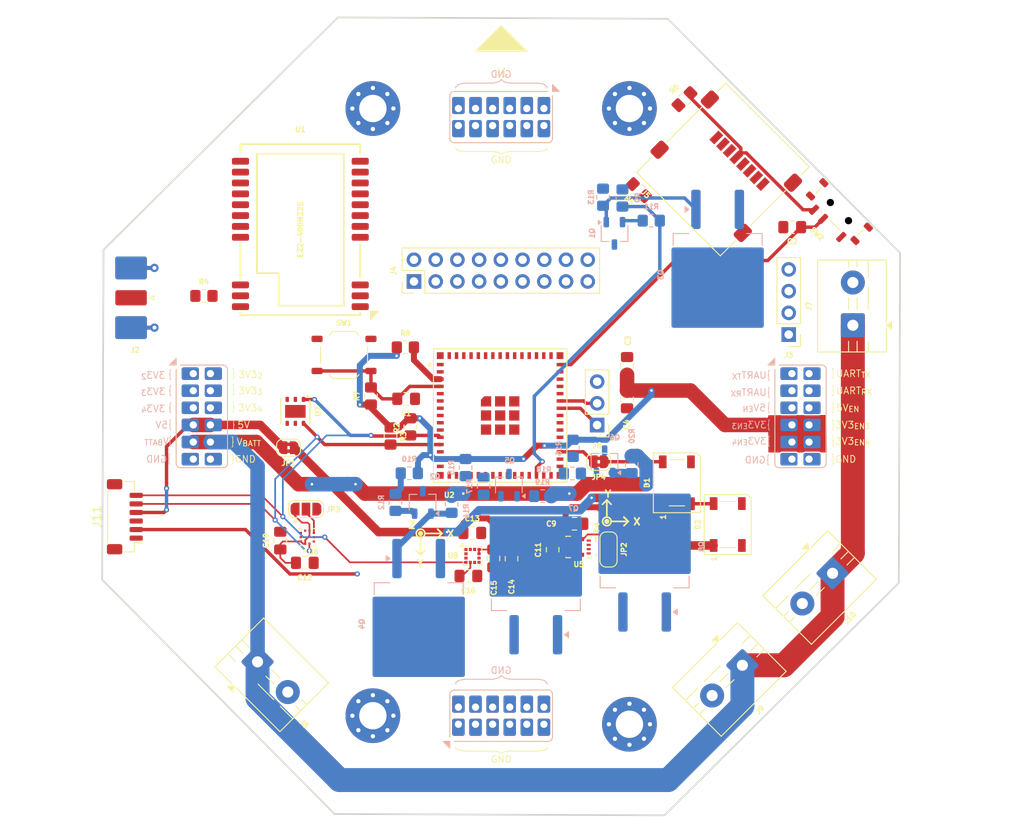
<source format=kicad_pcb>
(kicad_pcb (version 20241229) (generator "pcbnew") (generator_version "9.0")
  (layers (0 "F.Cu" signal) (2 "B.Cu" signal) (13 "F.Paste" user) (15 "B.Paste" user) (5 "F.SilkS" user "F.Silkscreen") (7 "B.SilkS" user "B.Silkscreen") (1 "F.Mask" user) (3 "B.Mask" user) (25 "Edge.Cuts" user))
  (net 0 "")
  (net 1 "/ESP32/ESP32_{EN}")
  (net 2 "GND")
  (net 3 "/ESP32/ESP32_{BOOT}")
  (net 4 "VDD")
  (net 8 "Net-(U8-C1)")
  (net 9 "Net-(D1-VDD)")
  (net 10 "Net-(D1-DIN)")
  (net 11 "Net-(D1-DOUT)")
  (net 13 "3V3_{3}")
  (net 14 "+5V")
  (net 15 "+BATT")
  (net 16 "/SB_{RX}")
  (net 17 "/SB_{TX}")
  (net 18 "3V3_{2}")
  (net 20 "Net-(J2-In)")
  (net 21 "/SCL")
  (net 22 "/SDA")
  (net 23 "/SCK")
  (net 24 "/MOSI")
  (net 25 "/CS_{0}")
  (net 26 "/MISO")
  (net 27 "/CS_{1}")
  (net 28 "Net-(J5-DAT2)")
  (net 29 "Net-(J5-DAT1)")
  (net 30 "/ESP32/UART0_{TX}")
  (net 31 "/ESP32/UART0_{RX}")
  (net 32 "Net-(J7-Pin_2)")
  (net 33 "Net-(J8-Pin_2)")
  (net 34 "Net-(J9-Pin_2)")
  (net 35 "Net-(J10-Pin_2)")
  (net 36 "Net-(JP2-C)")
  (net 37 "Net-(JP3-C)")
  (net 38 "Net-(Q1-C)")
  (net 39 "Net-(Q1-B)")
  (net 40 "Net-(Q2-B)")
  (net 41 "Net-(Q2-C)")
  (net 42 "Net-(Q5-C)")
  (net 43 "Net-(Q5-B)")
  (net 44 "Net-(Q6-B)")
  (net 45 "Net-(Q6-C)")
  (net 46 "DIN")
  (net 47 "Net-(U1-ANT)")
  (net 48 "Net-(U2-3V3)")
  (net 49 "OUT_{1}")
  (net 50 "OUT_{2}")
  (net 51 "OUT_{4}")
  (net 52 "OUT_{3}")
  (net 53 "/TX_{EN}")
  (net 54 "/BUSY")
  (net 56 "/NRST")
  (net 57 "/RX_{EN}")
  (net 68 "/UART_{TX}")
  (net 73 "/UART_{RX}")
  (footprint "Connector_PinHeader_2.54mm:PinHeader_1x03_P2.54mm_Vertical" (layer "F.Cu") (at 100.35 84.79 180)
    (property "Reference" "J6")
    (property "Value" "Conn_01x03")
  )
  (footprint "Capacitor_SMD:C_0805_2012Metric_Pad1.18x1.45mm_HandSolder" (layer "F.Cu") (at 78.0125 81.725)
    (property "Reference" "C1")
    (property "Value" "0.1uF")
  )
  (footprint "Jumper:SolderJumper-2_P1.3mm_Bridged2Bar_RoundedPad1.0x1.5mm" (layer "F.Cu") (at 100.54 89.08 180)
    (property "Reference" "JP4")
    (property "Value" "SolderJumper_2_Bridged")
  )
  (footprint "Capacitor_SMD:C_0805_2012Metric_Pad1.18x1.45mm_HandSolder" (layer "F.Cu") (at 66.168034 100.9)
    (property "Reference" "C12")
    (property "Value" "0.1uF")
  )
  (footprint "CompVuelo:XDCR_BMI270" (layer "F.Cu") (at 98.1975 99.0475 180)
    (property "Reference" "U5")
    (property "Value" "BMI270")
  )
  (footprint "LED_SMD:LED_WS2812B_PLCC4_5.0x5.0mm_P3.2mm" (layer "F.Cu") (at 115.62 96.42 90)
    (property "Reference" "D2")
    (property "Value" "WS2812B")
  )
  (footprint "Package_SON:Texas_PWSON-N6" (layer "F.Cu") (at 65.06 83.19 -90)
    (property "Reference" "U7")
    (property "Value" "HDC1080")
  )
  (footprint "Resistor_SMD:R_0805_2012Metric_Pad1.20x1.40mm_HandSolder" (layer "F.Cu") (at 110.562893 46.677107 -135)
    (property "Reference" "R6")
    (property "Value" "100k")
  )
  (footprint "TerminalBlock:TerminalBlock_MaiXu_MX126-5.0-02P_1x02_P5.00mm" (layer "F.Cu") (at 117.329444 112.879491 -135)
    (property "Reference" "J9")
    (property "Value" "Conn_01x02")
  )
  (footprint "Connector_Coaxial:SMA_Molex_73251-2120_EdgeMount_Horizontal" (layer "F.Cu") (at 45.6 69.9075 180)
    (property "Reference" "J2")
    (property "Value" "Conn_Coaxial")
  )
  (footprint "Connector_PinHeader_2.54mm:PinHeader_1x04_P2.54mm_Vertical" (layer "F.Cu") (at 122.75 74.21 180)
    (property "Reference" "J3")
    (property "Value" "Conn_01x04")
  )
  (footprint "LED_SMD:LED_WS2812B_PLCC4_5.0x5.0mm_P3.2mm" (layer "F.Cu") (at 109.67 91.54 90)
    (property "Reference" "D1")
    (property "Value" "WS2812B")
  )
  (footprint "Connector_JST:JST_SH_BM06B-SRSS-TB_1x06-1MP_P1.00mm_Vertical" (layer "F.Cu") (at 45.125 95.51 90)
    (property "Reference" "J11")
    (property "Value" "Conn_01x06")
  )
  (footprint "Capacitor_SMD:C_0805_2012Metric_Pad1.18x1.45mm_HandSolder" (layer "F.Cu") (at 103.845 81.79 -90)
    (property "Reference" "C4")
    (property "Value" "10uF")
  )
  (footprint "Jumper:SolderJumper-2_P1.3mm_Bridged2Bar_RoundedPad1.0x1.5mm" (layer "F.Cu") (at 64.27 87.44 180)
    (property "Reference" "JP1")
    (property "Value" "SolderJumper_2_Bridged")
  )
  (footprint "TerminalBlock:TerminalBlock_MaiXu_MX126-5.0-02P_1x02_P5.00mm" (layer "F.Cu") (at 60.641835 112.476185 -45)
    (property "Reference" "J8")
    (property "Value" "Conn_01x02")
  )
  (footprint "Resistor_SMD:R_0805_2012Metric_Pad1.20x1.40mm_HandSolder" (layer "F.Cu") (at 54.37 69.69)
    (property "Reference" "R4")
    (property "Value" "0")
  )
  (footprint "Jumper:SolderJumper-3_P1.3mm_Open_RoundedPad1.0x1.5mm" (layer "F.Cu") (at 66.3 94.62)
    (property "Reference" "JP3")
    (property "Value" "SolderJumper_3_Open")
  )
  (footprint "CompVuelo:SW_Push" (layer "F.Cu") (at 70.75 76.59)
    (property "Reference" "SW1")
    (property "Value" "SW_Push")
  )
  (footprint "RF_Module:ESP32-S2-MINI-1U" (layer "F.Cu") (at 89.0075 83.67)
    (property "Reference" "U2")
    (property "Value" "ESP32-S3-MINI-1U")
  )
  (footprint "Capacitor_SMD:C_0805_2012Metric_Pad1.18x1.45mm_HandSolder" (layer "F.Cu") (at 85.2925 102.4325)
    (property "Reference" "C16")
    (property "Value" "220nF")
  )
  (footprint "Connector_Card:microSD_HC_Molex_47219-2001" (layer "F.Cu") (at 115.066631 54.916479 -45)
    (property "Reference" "J5")
    (property "Value" "Micro_SD_Card")
  )
  (footprint "Package_LGA:LGA-12_2x2mm_P0.5mm" (layer "F.Cu") (at 85.7725 100.0925)
    (property "Reference" "U8")
    (property "Value" "LIS2MDL")
  )
  (footprint "Capacitor_SMD:C_0805_2012Metric_Pad1.18x1.45mm_HandSolder" (layer "F.Cu") (at 63.3 98.3 90)
    (property "Reference" "C10")
    (property "Value" "0.1uF")
  )
  (footprint "Capacitor_SMD:C_0805_2012Metric_Pad1.18x1.45mm_HandSolder" (layer "F.Cu") (at 90.34 100.4125 -90)
    (property "Reference" "C14")
    (property "Value" "10uF")
  )
  (footprint "Capacitor_SMD:C_0805_2012Metric_Pad1.18x1.45mm_HandSolder" (layer "F.Cu") (at 88.22 100.38 -90)
    (property "Reference" "C15")
    (property "Value" "0.1uF")
  )
  (footprint "TerminalBlock:TerminalBlock_MaiXu_MX126-5.0-02P_1x02_P5.00mm" (layer "F.Cu") (at 127.876078 102.123976 -135)
    (property "Reference" "J10")
    (property "Value" "Conn_01x02")
  )
  (footprint "Capacitor_SMD:C_0805_2012Metric_Pad1.18x1.45mm_HandSolder" (layer "F.Cu") (at 123.1575 61.65 180)
    (property "Reference" "C2")
    (property "Value" "0.1uF")
  )
  (footprint "CompVuelo:GeneralConn" (layer "F.Cu") (at 89.125 83.775)
    (property "Reference" "J1")
    (property "Value" "NebulaConnector")
    (fp_line (start -46.65 19.1) (end -46.491539 -19.480598) (stroke (width 0.2)) (layer "Edge.Cuts"))
    (fp_line (start -46.491539 -19.480598) (end -19.098856 -46.649152) (stroke (width 0.2)) (layer "Edge.Cuts"))
    (fp_line (start -19.481416 46.492651) (end -46.65 19.1) (stroke (width 0.2)) (layer "Edge.Cuts"))
    (fp_line (start -19.098856 -46.649152) (end 19.481786 -46.49069) (stroke (width 0.2)) (layer "Edge.Cuts"))
    (fp_line (start 19.099228 46.651112) (end -19.481416 46.492651) (stroke (width 0.2)) (layer "Edge.Cuts"))
    (fp_line (start 19.481786 -46.49069) (end 46.650372 -19.098039) (stroke (width 0.2)) (layer "Edge.Cuts"))
    (fp_line (start 46.49191 19.482559) (end 19.099228 46.651112) (stroke (width 0.2)) (layer "Edge.Cuts"))
    (fp_line (start 46.650372 -19.098039) (end 46.49191 19.482559) (stroke (width 0.2)) (layer "Edge.Cuts"))
  )
  (footprint "Capacitor_SMD:C_0805_2012Metric_Pad1.18x1.45mm_HandSolder" (layer "F.Cu") (at 103.85 77.8725 90)
    (property "Reference" "C3")
    (property "Value" "0.1uf")
  )
  (footprint "Capacitor_SMD:C_0805_2012Metric_Pad1.18x1.45mm_HandSolder" (layer "F.Cu") (at 97.7 96.33)
    (property "Reference" "C9")
    (property "Value" "0.1uF")
  )
  (footprint "Capacitor_SMD:C_0805_2012Metric_Pad1.18x1.45mm_HandSolder" (layer "F.Cu") (at 85.7525 97.4025)
    (property "Reference" "C13")
    (property "Value" "0.1uF")
  )
  (footprint "Resistor_SMD:R_0805_2012Metric_Pad1.20x1.40mm_HandSolder" (layer "F.Cu") (at 78.5 85 -90)
    (property "Reference" "R2")
    (property "Value" "4k7")
  )
  (footprint "TerminalBlock:TerminalBlock_MaiXu_MX126-5.0-02P_1x02_P5.00mm" (layer "F.Cu") (at 130.2475 73.12 90)
    (property "Reference" "J7")
    (property "Value" "Conn_01x02")
  )
  (footprint "Resistor_SMD:R_0805_2012Metric_Pad1.20x1.40mm_HandSolder" (layer "F.Cu") (at 105.232893 57.322893 -45)
    (property "Reference" "R5")
    (property "Value" "100k")
  )
  (footprint "Resistor_SMD:R_0805_2012Metric_Pad1.20x1.40mm_HandSolder" (layer "F.Cu") (at 76.188624 86.070863 -90)
    (property "Reference" "R3")
    (property "Value" "4k7")
  )
  (footprint "CompVuelo:XDCR_BMP390L" (layer "F.Cu") (at 66.4625 97.9 180)
    (property "Reference" "U6")
    (property "Value" "BMP390")
  )
  (footprint "Capacitor_SMD:C_0805_2012Metric_Pad1.18x1.45mm_HandSolder" (layer "F.Cu") (at 95.1475 99.3625 90)
    (property "Reference" "C11")
    (property "Value" "0.1uF")
  )
  (footprint "Jumper:SolderJumper-3_P1.3mm_Open_RoundedPad1.0x1.5mm" (layer "F.Cu") (at 101.68 99.34 -90)
    (property "Reference" "JP2")
    (property "Value" "SolderJumper_3_Open" (hide yes))
  )
  (footprint "Resistor_SMD:R_0805_2012Metric_Pad1.20x1.40mm_HandSolder" (layer "F.Cu") (at 77.925 75.7)
    (property "Reference" "R8")
    (property "Value" "0")
  )
  (footprint "CompVuelo:E22-400M22S" (layer "F.Cu") (at 65.645 61.944431)
    (property "Reference" "U1")
    (property "Value" "E22-400M22S")
  )
  (footprint "Resistor_SMD:R_0805_2012Metric_Pad1.20x1.40mm_HandSolder" (layer "F.Cu") (at 73.9 81.39 90)
    (property "Reference" "R7")
    (property "Value" "10k")
  )
  (footprint "Connector_PinHeader_2.54mm:PinHeader_2x09_P2.54mm_Vertical" (layer "F.Cu") (at 78.93 68 90)
    (property "Reference" "J4")
    (property "Value" "Conn_02x09_Odd_Even")
  )
  (footprint "Button_Switch_SMD:SW_SPDT_Shouhan_MSK12C02" (layer "F.Cu") (at 128.67934 59.82934 135)
    (property "Reference" "SW2")
    (property "Value" "SW_SPDT")
  )
  (footprint "Resistor_SMD:R_0805_2012Metric_Pad1.20x1.40mm_HandSolder" (layer "B.Cu") (at 106.6775 60.89 180)
    (property "Reference" "R11")
    (property "Value" "1k")
  )
  (footprint "Resistor_SMD:R_0805_2012Metric_Pad1.20x1.40mm_HandSolder" (layer "B.Cu") (at 76.76 93.825 -90)
    (property "Reference" "R12")
    (property "Value" "1k")
  )
  (footprint "Package_TO_SOT_SMD:TO-263-2" (layer "B.Cu") (at 105.9 99 90)
    (property "Reference" "Q8")
    (property "Value" "NMOS")
  )
  (footprint "Package_TO_SOT_SMD:TSOT-23" (layer "B.Cu") (at 90.04609 91.814975 90)
    (property "Reference" "Q5")
    (property "Value" "NPN")
  )
  (footprint "Resistor_SMD:R_0805_2012Metric_Pad1.20x1.40mm_HandSolder" (layer "B.Cu") (at 87.07109 91.949975 -90)
    (property "Reference" "R17")
    (property "Value" "1k")
  )
  (footprint "Resistor_SMD:R_0805_2012Metric_Pad1.20x1.40mm_HandSolder" (layer "B.Cu") (at 101.0375 58.15 -90)
    (property "Reference" "R13")
    (property "Value" "10k")
  )
  (footprint "Package_TO_SOT_SMD:TO-263-2" (layer "B.Cu") (at 114.44 67.22 -90)
    (property "Reference" "Q3")
    (property "Value" "NMOS")
  )
  (footprint "Package_TO_SOT_SMD:TO-263-2" (layer "B.Cu") (at 79.485 108.05 -90)
    (property "Reference" "Q4")
    (property "Value" "NMOS")
  )
  (footprint "Resistor_SMD:R_0805_2012Metric_Pad1.20x1.40mm_HandSolder" (layer "B.Cu") (at 104.39 89.41 -90)
    (property "Reference" "R20")
    (property "Value" "10k")
  )
  (footprint "Resistor_SMD:R_0805_2012Metric_Pad1.20x1.40mm_HandSolder" (layer "B.Cu") (at 83.335 94.05 -90)
    (property "Reference" "R14")
    (property "Value" "10k")
  )
  (footprint "Package_TO_SOT_SMD:TSOT-23" (layer "B.Cu") (at 102.3675 62.37 -90)
    (property "Reference" "Q1")
    (property "Value" "NPN")
  )
  (footprint "Resistor_SMD:R_0805_2012Metric_Pad1.20x1.40mm_HandSolder" (layer "B.Cu") (at 84.96 89.76 -90)
    (property "Reference" "R15")
    (property "Value" "10k")
  )
  (footprint "Package_TO_SOT_SMD:TO-263-2" (layer "B.Cu") (at 93.18 101.655 90)
    (property "Reference" "Q7")
    (property "Value" "NMOS")
  )
  (footprint "Resistor_SMD:R_0805_2012Metric_Pad1.20x1.40mm_HandSolder" (layer "B.Cu") (at 103.3075 58.24 -90)
    (property "Reference" "R9")
    (property "Value" "10k")
  )
  (footprint "Package_TO_SOT_SMD:TSOT-23" (layer "B.Cu") (at 79.96 93.84 90)
    (property "Reference" "Q2")
    (property "Value" "NPN")
  )
  (footprint "Resistor_SMD:R_0805_2012Metric_Pad1.20x1.40mm_HandSolder" (layer "B.Cu") (at 78.385 90.425 180)
    (property "Reference" "R10")
    (property "Value" "10k")
  )
  (footprint "Resistor_SMD:R_0805_2012Metric_Pad1.20x1.40mm_HandSolder" (layer "B.Cu") (at 93.97109 93.099975 180)
    (property "Reference" "R19")
    (property "Value" "10k")
  )
  (footprint "Resistor_SMD:R_0805_2012Metric_Pad1.20x1.40mm_HandSolder" (layer "B.Cu") (at 97.51 87.51 -90)
    (property "Reference" "R16")
    (property "Value" "10k")
  )
  (footprint "Resistor_SMD:R_0805_2012Metric_Pad1.20x1.40mm_HandSolder" (layer "B.Cu") (at 97.45 90.45 180)
    (property "Reference" "R18")
    (property "Value" "1k")
  )
  (footprint "Package_TO_SOT_SMD:TSOT-23" (layer "B.Cu") (at 101.225 89.075 90)
    (property "Reference" "Q6")
    (property "Value" "NPN")
  )
  (gr_line (start 101.4825 95.5575) (end 101.4825 93.5575) (stroke (width 0.2)) (layer "F.SilkS"))
  (gr_line (start 103.4825 95.5575) (end 103.9825 96.0575) (stroke (width 0.2)) (layer "F.SilkS"))
  (gr_line (start 101.4825 93.5575) (end 100.9825 94.0575) (stroke (width 0.2)) (layer "F.SilkS"))
  (gr_line (start 82.2025 97.465) (end 81.7025 97.965) (stroke (width 0.2)) (layer "F.SilkS"))
  (gr_line (start 103.9825 96.0575) (end 103.4825 95.5575) (stroke (width 0.2)) (layer "F.SilkS"))
  (gr_line (start 81.7025 96.965) (end 82.2025 97.465) (stroke (width 0.2)) (layer "F.SilkS"))
  (gr_circle (center 79.7025 97.465) (end 79.9025 97.465) (stroke (width 0.2)) (fill yes) (layer "F.SilkS"))
  (gr_line (start 80.2025 97.465) (end 82.2025 97.465) (stroke (width 0.2)) (layer "F.SilkS"))
  (gr_line (start 79.7025 97.965) (end 79.7025 99.965) (stroke (width 0.2)) (layer "F.SilkS"))
  (gr_circle (center 101.4825 96.0575) (end 101.9825 96.0575) (stroke (width 0.2)) (fill no) (layer "F.SilkS"))
  (gr_line (start 82.2025 97.465) (end 81.7025 96.965) (stroke (width 0.2)) (layer "F.SilkS"))
  (gr_line (start 101.4825 93.5575) (end 101.9825 94.0575) (stroke (width 0.2)) (layer "F.SilkS"))
  (gr_circle (center 79.7025 97.465) (end 80.2025 97.465) (stroke (width 0.2)) (fill no) (layer "F.SilkS"))
  (gr_line (start 101.9825 96.0575) (end 103.9825 96.0575) (stroke (width 0.2)) (layer "F.SilkS"))
  (gr_line (start 79.7025 99.965) (end 80.2025 99.465) (stroke (width 0.2)) (layer "F.SilkS"))
  (gr_circle (center 101.4825 96.0575) (end 101.6825 96.0575) (stroke (width 0.2)) (fill yes) (layer "F.SilkS"))
  (gr_line (start 103.9825 96.0575) (end 103.4825 96.5575) (stroke (width 0.2)) (layer "F.SilkS"))
  (gr_line (start 79.7025 99.965) (end 79.2025 99.465) (stroke (width 0.2)) (layer "F.SilkS"))
  (gr_text "Y" (at 79.19 101.465 0) (layer "F.SilkS") (effects (font (size 0.8 0.8) (thickness 0.2) (bold yes)) (justify left bottom)))
  (gr_text "Y" (at 101.145 93.3075 0) (layer "F.SilkS") (effects (font (size 0.8 0.8) (thickness 0.2) (bold yes)) (justify left bottom)))
  (gr_text "X" (at 104.4825 96.5575 0) (layer "F.SilkS") (effects (font (size 0.8 0.8) (thickness 0.2) (bold yes)) (justify left bottom)))
  (gr_text "Z" (at 79.19 96.965 0) (layer "F.SilkS") (effects (font (size 0.8 0.8) (thickness 0.2) (bold yes)) (justify right bottom)))
  (gr_text "Z" (at 100.77 97.27 0) (layer "F.SilkS") (effects (font (size 0.8 0.8) (thickness 0.2) (bold yes)) (justify right bottom)))
  (gr_text "X" (at 82.7025 97.965 0) (layer "F.SilkS") (effects (font (size 0.8 0.8) (thickness 0.2) (bold yes)) (justify left bottom)))
  (segment (start 67.6 78.465) (end 73.9 78.465) (width 0.4) (layer "F.Cu") (net 1))
  (segment (start 73.9 80.4) (end 75.225 81.725) (width 0.4) (layer "F.Cu") (net 1))
  (segment (start 73.9 78.465) (end 73.9 80.39) (width 0.4) (layer "F.Cu") (net 1))
  (segment (start 78.43 80.27) (end 82.0075 80.27) (width 0.4) (layer "F.Cu") (net 1))
  (segment (start 76.975 81.725) (end 78.43 80.27) (width 0.4) (layer "F.Cu") (net 1))
  (segment (start 75.225 81.725) (end 76.975 81.725) (width 0.4) (layer "F.Cu") (net 1))
  (segment (start 73.9 80.39) (end 73.9 80.4) (width 0.4) (layer "F.Cu") (net 1))
  (segment (start 125.79802 61.65) (end 124.195 61.65) (width 0.4) (layer "F.Cu") (net 3))
  (segment (start 97.28 77.72) (end 109.45 65.55) (width 0.4) (layer "F.Cu") (net 3))
  (segment (start 126.770152 60.677868) (end 125.79802 61.65) (width 0.4) (layer "F.Cu") (net 3))
  (segment (start 96.0075 77.72) (end 97.28 77.72) (width 0.4) (layer "F.Cu") (net 3))
  (segment (start 109.45 65.55) (end 120.295 65.55) (width 0.4) (layer "F.Cu") (net 3))
  (segment (start 120.295 65.55) (end 124.195 61.65) (width 0.4) (layer "F.Cu") (net 3))
  (segment (start 65.825 96.2) (end 66.5 96.2) (width 0.2) (layer "F.Cu") (net 4))
  (segment (start 63.3 98.7) (end 63.3 99.3375) (width 0.2) (layer "F.Cu") (net 4))
  (segment (start 87.6 95.7) (end 85.3 95.7) (width 0.7) (layer "F.Cu") (net 4))
  (segment (start 84.715 96.285) (end 84.715 97.4025) (width 0.7) (layer "F.Cu") (net 4))
  (segment (start 97.3 94.4) (end 96.6625 95.0375) (width 0.7) (layer "F.Cu") (net 4))
  (segment (start 92.075 99.375) (end 93.1 100.4) (width 0.7) (layer "F.Cu") (net 4))
  (segment (start 124.43285 59.617208) (end 117.784042 52.9684) (width 0.4) (layer "F.Cu") (net 4))
  (segment (start 99.253691 97.578809) (end 101.218809 97.578809) (width 0.2) (layer "F.Cu") (net 4))
  (segment (start 97.035 98.2975) (end 96.5705 98.2975) (width 0.2) (layer "F.Cu") (net 4))
  (segment (start 103.85 78.91) (end 103.85 80.7475) (width 1.7) (layer "F.Cu") (net 4))
  (segment (start 63.6 98.4) (end 63.3 98.7) (width 0.2) (layer "F.Cu") (net 4))
  (segment (start 97.2575 100.4) (end 95.1475 100.4) (width 0.2) (layer "F.Cu") (net 4))
  (segment (start 73.9 82.782239) (end 76.188624 85.070863) (width 0.7) (layer "F.Cu") (net 4))
  (segment (start 66.2125 98.6625) (end 65.9625 98.6625) (width 0.2) (layer "F.Cu") (net 4))
  (segment (start 117.14906 52.401299) (end 117.14906 52.9684) (width 0.4) (layer "F.Cu") (net 4))
  (segment (start 92.075 97.325) (end 93.07 96.33) (width 0.7) (layer "F.Cu") (net 4))
  (segment (start 96.3 98.568) (end 96.3 100) (width 0.2) (layer "F.Cu") (net 4))
  (segment (start 86.535 99.8425) (end 86.535 99.3425) (width 0.2) (layer "F.Cu") (net 4))
  (segment (start 65.9625 98.6625) (end 65.7 98.4) (width 0.2) (layer "F.Cu") (net 4))
  (segment (start 93.1 100.4) (end 95.1475 100.4) (width 0.7) (layer "F.Cu") (net 4))
  (segment (start 77.229137 85.070863) (end 78.3 84) (width 0.7) (layer "F.Cu") (net 4))
  (segment (start 115.2845 84.775) (end 123.125 84.775) (width 1.7) (layer "F.Cu") (net 4))
  (segment (start 66.2125 98.6625) (end 66.2125 98.252) (width 0.2) (layer "F.Cu") (net 4))
  (segment (start 94.2 87.2) (end 93.3 87.2) (width 0.7) (layer "F.Cu") (net 4))
  (segment (start 98.6975 98.135) (end 99.253691 97.578809) (width 0.2) (layer "F.Cu") (net 4))
  (segment (start 90.34 99.375) (end 92.075 99.375) (width 0.7) (layer "F.Cu") (net 4))
  (segment (start 65.7 98.4) (end 63.6 98.4) (width 0.2) (layer "F.Cu") (net 4))
  (segment (start 101.68 98.04) (end 101.68 95.58) (width 0.7) (layer "F.Cu") (net 4))
  (segment (start 72.6 82.4) (end 73.89 82.4) (width 0.7) (layer "F.Cu") (net 4))
  (segment (start 93.3 87.2) (end 91.74 88.76) (width 0.7) (layer "F.Cu") (net 4))
  (segment (start 65 95.375) (end 65.825 96.2) (width 0.2) (layer "F.Cu") (net 4))
  (segment (start 78.3 84) (end 79.6 84) (width 0.7) (layer "F.Cu") (net 4))
  (segment (start 85.3 95.7) (end 84.715 96.285) (width 0.7) (layer "F.Cu") (net 4))
  (segment (start 96.6625 95.0375) (end 96.6625 96.33) (width 0.7) (layer "F.Cu") (net 4))
  (segment (start 111.27 45.97) (end 111.27 46.52224) (width 0.4) (layer "F.Cu") (net 4))
  (segment (start 73.89 82.4) (end 73.9 82.39) (width 0.7) (layer "F.Cu") (net 4))
  (segment (start 88.22 99.3425) (end 88.22 96.32) (width 0.7) (layer "F.Cu") (net 4))
  (segment (start 96.5705 98.2975) (end 96.3 98.568) (width 0.2) (layer "F.Cu") (net 4))
  (segment (start 111.262 80.7525) (end 115.2845 84.775) (width 1.7) (layer "F.Cu") (net 4))
  (segment (start 65 94.62) (end 65 95.375) (width 0.2) (layer "F.Cu") (net 4))
  (segment (start 93.07 96.33) (end 96.6625 96.33) (width 0.7) (layer "F.Cu") (net 4))
  (segment (start 92.075 99.375) (end 92.075 97.325) (width 0.7) (layer "F.Cu") (net 4))
  (segment (start 66.7125 97.752) (end 66.7125 97.1375) (width 0.2) (layer "F.Cu") (net 4))
  (segment (start 100.5 94.4) (end 97.3 94.4) (width 0.7) (layer "F.Cu") (net 4))
  (segment (start 88.22 96.32) (end 87.6 95.7) (width 0.7) (layer "F.Cu") (net 4))
  (segment (start 96.3 100) (end 95.9 100.4) (width 0.2) (layer "F.Cu") (net 4))
  (segment (start 76.188624 85.070863) (end 77.229137 85.070863) (width 0.7) (layer "F.Cu") (net 4))
  (segment (start 125.709492 59.617208) (end 124.43285 59.617208) (width 0.4) (layer "F.Cu") (net 4))
  (segment (start 63.9 100.9) (end 63.3 100.3) (width 0.2) (layer "F.Cu") (net 4))
  (segment (start 117.14906 52.9684) (end 116.61873 53.49873) (width 0.4) (layer "F.Cu") (net 4))
  (segment (start 101.68 95.58) (end 100.5 94.4) (width 0.7) (layer "F.Cu") (net 4))
  (segment (start 86.535 99.3425) (end 88.22 99.3425) (width 0.2) (layer "F.Cu") (net 4))
  (segment (start 103.85 80.7475) (end 103.845 80.7525) (width 1.7) (layer "F.Cu") (net 4))
  (segment (start 95.9 100.4) (end 95.1475 100.4) (width 0.2) (layer "F.Cu") (net 4))
  (segment (start 88.22 99.3425) (end 90.3075 99.3425) (width 0.7) (layer "F.Cu") (net 4))
  (segment (start 117.784042 52.9684) (end 117.14906 52.9684) (width 0.4) (layer "F.Cu") (net 4))
  (segment (start 103.845 80.7525) (end 111.262 80.7525) (width 1.7) (layer "F.Cu") (net 4))
  (segment (start 65.130534 100.9) (end 63.9 100.9) (width 0.2) (layer "F.Cu") (net 4))
  (segment (start 63.3 100.3) (end 63.3 99.3375) (width 0.2) (layer "F.Cu") (net 4))
  (segment (start 90.3075 99.3425) (end 90.34 99.375) (width 0.7) (layer "F.Cu") (net 4))
  (segment (start 76.925 76.675) (end 76.9 76.7) (width 0.7) (layer "F.Cu") (net 4))
  (segment (start 101.218809 97.578809) (end 101.68 98.04) (width 0.2) (layer "F.Cu") (net 4))
  (segment (start 73.9 82.39) (end 73.9 82.782239) (width 0.7) (layer "F.Cu") (net 4))
  (segment (start 66.5 96.2) (end 66.7125 96.4125) (width 0.2) (layer "F.Cu") (net 4))
  (segment (start 76.925 75.7) (end 76.925 76.675) (width 0.7) (layer "F.Cu") (net 4))
  (segment (start 66.2125 98.252) (end 66.7125 97.752) (width 0.2) (layer "F.Cu") (net 4))
  (segment (start 111.27 46.52224) (end 117.14906 52.401299) (width 0.4) (layer "F.Cu") (net 4))
  (segment (start 66.7125 96.4125) (end 66.7125 97.1375) (width 0.2) (layer "F.Cu") (net 4))
  (segment (start 97.6975 99.96) (end 97.2575 100.4) (width 0.2) (layer "F.Cu") (net 4))
  (via (at 91.74 88.76) (size 0.6) (drill 0.3) (layers "F.Cu" "B.Cu") (net 4))
  (via (at 76.9 76.7) (size 0.6) (drill 0.3) (layers "F.Cu" "B.Cu") (net 4))
  (via (at 94.2 87.2) (size 0.6) (drill 0.3) (layers "F.Cu" "B.Cu") (net 4))
  (via (at 80.851 88.3) (size 0.6) (drill 0.3) (layers "F.Cu" "B.Cu") (net 4))
  (via (at 106.7 80.7525) (size 0.6) (drill 0.3) (layers "F.Cu" "B.Cu") (net 4))
  (via (at 72.6 82.4) (size 0.6) (drill 0.3) (layers "F.Cu" "B.Cu") (net 4))
  (via (at 79.6 84) (size 0.6) (drill 0.3) (layers "F.Cu" "B.Cu") (net 4))
  (segment (start 79.6 84) (end 80.851 85.251) (width 0.7) (layer "B.Cu") (net 4))
  (segment (start 80.851 88.3) (end 81.311 88.76) (width 0.7) (layer "B.Cu") (net 4))
  (segment (start 73.7 76.7) (end 72.6 77.8) (width 0.7) (layer "B.Cu") (net 4))
  (segment (start 76.9 76.7) (end 73.7 76.7) (width 0.7) (layer "B.Cu") (net 4))
  (segment (start 72.6 77.8) (end 72.6 82.4) (width 0.7) (layer "B.Cu") (net 4))
  (segment (start 81.311 88.76) (end 84.96 88.76) (width 0.7) (layer "B.Cu") (net 4))
  (segment (start 80.851 85.251) (end 80.851 88.3) (width 0.7) (layer "B.Cu") (net 4))
  (segment (start 91.74 88.76) (end 84.96 88.76) (width 0.7) (layer "B.Cu") (net 4))
  (segment (start 79.4 90.41) (end 79.385 90.425) (width 0.7) (layer "B.Cu") (net 4))
  (segment (start 96.82 87.2) (end 97.51 86.51) (width 0.7) (layer "B.Cu") (net 4))
  (segment (start 106.7 80.7525) (end 106.7 81.242) (width 0.7) (layer "B.Cu") (net 4))
  (segment (start 106.7 81.242) (end 101.432 86.51) (width 0.7) (layer "B.Cu") (net 4))
  (segment (start 79.4 88.9) (end 79.4 90.41) (width 0.7) (layer "B.Cu") (net 4))
  (segment (start 101.432 86.51) (end 97.51 86.51) (width 0.7) (layer "B.Cu") (net 4))
  (segment (start 94.2 87.2) (end 96.82 87.2) (width 0.7) (layer "B.Cu") (net 4))
  (segment (start 80 88.3) (end 79.4 88.9) (width 0.7) (layer "B.Cu") (net 4))
  (segment (start 80.851 88.3) (end 80 88.3) (width 0.7) (layer "B.Cu") (net 4))
  (segment (start 84.255 102.4325) (end 84.5675 102.4325) (width 0.2) (layer "F.Cu") (net 8))
  (segment (start 85.5225 101.4775) (end 85.5225 100.855) (width 0.2) (layer "F.Cu") (net 8))
  (segment (start 84.5675 102.4325) (end 85.5225 101.4775) (width 0.2) (layer "F.Cu") (net 8))
  (segment (start 108.02 93.99) (end 108.02 96.42) (width 1) (layer "F.Cu") (net 9))
  (segment (start 107.33 93.3) (end 108.02 93.99) (width 1) (layer "F.Cu") (net 9))
  (segment (start 99.7 93.3) (end 107.33 93.3) (width 1) (layer "F.Cu") (net 9))
  (segment (start 64.92 87.44) (end 74.78 97.3) (width 1) (layer "F.Cu") (net 9))
  (segment (start 110.47 98.87) (end 113.97 98.87) (width 1) (layer "F.Cu") (net 9))
  (segment (start 74.78 97.3) (end 82.8 97.3) (width 1) (layer "F.Cu") (net 9))
  (segment (start 108.02 96.42) (end 110.47 98.87) (width 1) (layer "F.Cu") (net 9))
  (via (at 99.7 93.3) (size 0.6) (drill 0.3) (layers "F.Cu" "B.Cu") (net 9))
  (via (at 82.8 97.3) (size 0.6) (drill 0.3) (layers "F.Cu" "B.Cu") (net 9))
  (segment (start 84 97.3) (end 82.8 97.3) (width 1) (layer "B.Cu") (net 9))
  (segment (start 86.546 94.754) (end 84 97.3) (width 1) (layer "B.Cu") (net 9))
  (segment (start 99.7 93.4) (end 98.346 94.754) (width 1) (layer "B.Cu") (net 9))
  (segment (start 99.7 93.3) (end 99.7 93.4) (width 1) (layer "B.Cu") (net 9))
  (segment (start 98.346 94.754) (end 86.546 94.754) (width 1) (layer "B.Cu") (net 9))
  (segment (start 101.19 89.08) (end 108.01 89.08) (width 0.4) (layer "F.Cu") (net 10))
  (segment (start 108.01 89.08) (end 108.02 89.09) (width 0.4) (layer "F.Cu") (net 10))
  (segment (start 111.32 93.99) (end 113.88 93.99) (width 0.4) (layer "F.Cu") (net 11))
  (segment (start 113.88 93.99) (end 113.98 94.09) (width 0.4) (layer "F.Cu") (net 11))
  (segment (start 52.525 84.775) (end 50 87.3) (width 0.4) (layer "F.Cu") (net 14))
  (segment (start 53.125 84.775) (end 55.125 84.775) (width 1.7) (layer "F.Cu") (net 14))
  (segment (start 49.69 95.01) (end 46.45 95.01) (width 0.4) (layer "F.Cu") (net 14))
  (segment (start 53.125 84.775) (end 52.525 84.775) (width 0.4) (layer "F.Cu") (net 14))
  (segment (start 50 87.3) (end 50 92.2) (width 0.4) (layer "F.Cu") (net 14))
  (segment (start 50 94.7) (end 49.69 95.01) (width 0.4) (layer "F.Cu") (net 14))
  (segment (start 55.125 84.775) (end 60.955 84.775) (width 1) (layer "F.Cu") (net 14))
  (segment (start 60.955 84.775) (end 63.62 87.44) (width 1) (layer "F.Cu") (net 14))
  (via (at 50 92.2) (size 0.6) (drill 0.3) (layers "F.Cu" "B.Cu") (net 14))
  (via (at 50 94.7) (size 0.6) (drill 0.3) (layers "F.Cu" "B.Cu") (net 14))
  (segment (start 50 92.2) (end 50 94.7) (width 0.4) (layer "B.Cu") (net 14))
  (segment (start 52.812252 84.775) (end 53.125 84.775) (width 0.2) (layer "B.Cu") (net 14))
  (segment (start 122.170509 112.879491) (end 127.876078 107.173922) (width 2.8) (layer "F.Cu") (net 15))
  (segment (start 127.876078 107.173922) (end 127.876078 102.123976) (width 2.8) (layer "F.Cu") (net 15))
  (segment (start 73.2 92.8) (end 84.7 92.8) (width 1.7) (layer "F.Cu") (net 15))
  (segment (start 65.436207 91.706723) (end 66.993277 91.706723) (width 1.7) (layer "F.Cu") (net 15))
  (segment (start 84.7 92.8) (end 97.1 92.8) (width 1.7) (layer "F.Cu") (net 15))
  (segment (start 117.329444 112.879491) (end 122.170509 112.879491) (width 2.8) (layer "F.Cu") (net 15))
  (segment (start 130.2475 99.752554) (end 130.2475 73.12) (width 2.8) (layer "F.Cu") (net 15))
  (segment (start 98.006555 92.8) (end 99.106555 91.7) (width 1.7) (layer "F.Cu") (net 15))
  (segment (start 60.504484 86.775) (end 65.436207 91.706723) (width 1.7) (layer "F.Cu") (net 15))
  (segment (start 97.1 92.8) (end 98.006555 92.8) (width 1.7) (layer "F.Cu") (net 15))
  (segment (start 55.125 86.775) (end 53.125 86.775) (width 1.7) (layer "F.Cu") (net 15))
  (segment (start 72.1 91.7) (end 73.2 92.8) (width 1.7) (layer "F.Cu") (net 15))
  (segment (start 55.125 86.775) (end 60.504484 86.775) (width 1.7) (layer "F.Cu") (net 15))
  (segment (start 99.106555 91.7) (end 106.1 91.7) (width 1.7) (layer "F.Cu") (net 15))
  (segment (start 127.876078 102.123976) (end 130.2475 99.752554) (width 2.8) (layer "F.Cu") (net 15))
  (via (at 84.7 92.8) (size 0.6) (drill 0.3) (layers "F.Cu" "B.Cu") (net 15))
  (via (at 66.993277 91.706723) (size 0.6) (drill 0.3) (layers "F.Cu" "B.Cu") (net 15))
  (via (at 97.1 92.8) (size 0.6) (drill 0.3) (layers "F.Cu" "B.Cu") (net 15))
  (via (at 72.1 91.7) (size 0.6) (drill 0.3) (layers "F.Cu" "B.Cu") (net 15))
  (via (at 106.1 91.7) (size 0.6) (drill 0.3) (layers "F.Cu" "B.Cu") (net 15))
  (segment (start 106.141 91.659) (end 106.141 89.51418) (width 1.7) (layer "B.Cu") (net 15))
  (segment (start 71.093277 91.706723) (end 66.993277 91.706723) (width 1.7) (layer "B.Cu") (net 15))
  (segment (start 105.03682 88.41) (end 104.39 88.41) (width 1.7) (layer "B.Cu") (net 15))
  (segment (start 70.221596 126.3) (end 108.65 126.3) (width 2.8) (layer "B.Cu") (net 15))
  (segment (start 83.585 92.8) (end 83.335 93.05) (width 1.7) (layer "B.Cu") (net 15))
  (segment (start 95.271065 92.8) (end 94.97109 93.099975) (width 1.7) (layer "B.Cu") (net 15))
  (segment (start 97.1 92.8) (end 95.271065 92.8) (width 1.7) (layer "B.Cu") (net 15))
  (segment (start 84.7 92.8) (end 83.585 92.8) (width 1.7) (layer "B.Cu") (net 15))
  (segment (start 108.65 126.3) (end 117.329444 117.620556) (width 2.8) (layer "B.Cu") (net 15))
  (segment (start 72.1 91.7) (end 71.1 91.7) (width 1.7) (layer "B.Cu") (net 15))
  (segment (start 106.141 89.51418) (end 105.03682 88.41) (width 1.7) (layer "B.Cu") (net 15))
  (segment (start 60.641835 112.476185) (end 60.641835 116.720239) (width 2.8) (layer "B.Cu") (net 15))
  (segment (start 60.641835 89.591835) (end 60.641835 112.476185) (width 1.7) (layer "B.Cu") (net 15))
  (segment (start 57.825 86.775) (end 60.641835 89.591835) (width 1.7) (layer "B.Cu") (net 15))
  (segment (start 55.125 86.775) (end 57.825 86.775) (width 1.7) (layer "B.Cu") (net 15))
  (segment (start 104.39 88.41) (end 104.541844 88.41) (width 1) (layer "B.Cu") (net 15))
  (segment (start 106.1 91.7) (end 106.141 91.659) (width 1.7) (layer "B.Cu") (net 15))
  (segment (start 117.329444 117.620556) (end 117.329444 112.879491) (width 2.8) (layer "B.Cu") (net 15))
  (segment (start 71.1 91.7) (end 71.093277 91.706723) (width 1.7) (layer "B.Cu") (net 15))
  (segment (start 60.641835 116.720239) (end 70.221596 126.3) (width 2.8) (layer "B.Cu") (net 15))
  (segment (start 66.7 98.675) (end 66.7125 98.6625) (width 0.2) (layer "F.Cu") (net 21))
  (segment (start 46.45 94.01) (end 60.81 94.01) (width 0.2) (layer "F.Cu") (net 21))
  (segment (start 68.490863 87.070863) (end 67.61 86.19) (width 0.4) (layer "F.Cu") (net 21))
  (segment (start 60.81 94.01) (end 62.7 95.9) (width 0.2) (layer "F.Cu") (net 21))
  (segment (start 76.188624 87.070863) (end 82.006637 87.070863) (width 0.4) (layer "F.Cu") (net 21))
  (segment (start 67.61 86.19) (end 66.01 84.59) (width 0.4) (layer "F.Cu") (net 21))
  (segment (start 66.7 99.5) (end 66.7 98.675) (width 0.2) (layer "F.Cu") (net 21))
  (segment (start 82.006637 87.070863) (end 82.0075 87.07) (width 0.4) (layer "F.Cu") (net 21))
  (segment (start 76.188624 87.070863) (end 68.490863 87.070863) (width 0.4) (layer "F.Cu") (net 21))
  (via (at 67.61 86.19) (size 0.6) (drill 0.3) (layers "F.Cu" "B.Cu") (net 21))
  (via (at 66.7 99.5) (size 0.6) (drill 0.3) (layers "F.Cu" "B.Cu") (net 21))
  (via (at 62.7 95.9) (size 0.6) (drill 0.3) (layers "F.Cu" "B.Cu") (net 21))
  (segment (start 62.7 91.1) (end 67.61 86.19) (width 0.2) (layer "B.Cu") (net 21))
  (segment (start 62.7 95.9) (end 66.3 99.5) (width 0.2) (layer "B.Cu") (net 21))
  (segment (start 62.7 95.9) (end 62.7 91.1) (width 0.2) (layer "B.Cu") (net 21))
  (segment (start 66.3 99.5) (end 66.7 99.5) (width 0.2) (layer "B.Cu") (net 21))
  (segment (start 73.9 86) (end 73.970862 86.070862) (width 0.4) (layer "F.Cu") (net 22))
  (segment (start 81.7875 86) (end 82.0075 86.22) (width 0.4) (layer "F.Cu") (net 22))
  (segment (start 77.105707 86.070862) (end 77.176569 86) (width 0.4) (layer "F.Cu") (net 22))
  (segment (start 71.4425 100.8425) (end 85.01 100.8425) (width 0.2) (layer "F.Cu") (net 22))
  (segment (start 46.45 93.01) (end 61.11 93.01) (width 0.2) (layer "F.Cu") (net 22))
  (segment (start 68.5 97.9) (end 71.4425 100.8425) (width 0.2) (layer "F.Cu") (net 22))
  (segment (start 78.3 86) (end 77.176569 86) (width 0.4) (layer "F.Cu") (net 22))
  (segment (start 77.176569 86) (end 81.7875 86) (width 0.4) (layer "F.Cu") (net 22))
  (segment (start 73.970862 86.070862) (end 77.105707 86.070862) (width 0.4) (layer "F.Cu") (net 22))
  (segment (start 68.5 97.9) (end 67.225 97.9) (width 0.2) (layer "F.Cu") (net 22))
  (segment (start 61.11 93.01) (end 63.6 95.5) (width 0.2) (layer "F.Cu") (net 22))
  (segment (start 66.02 81.8) (end 66.01 81.79) (width 0.4) (layer "F.Cu") (net 22))
  (segment (start 67.3 81.8) (end 66.02 81.8) (width 0.4) (layer "F.Cu") (net 22))
  (via (at 67.3 81.8) (size 0.6) (drill 0.3) (layers "F.Cu" "B.Cu") (net 22))
  (via (at 63.6 95.5) (size 0.6) (drill 0.3) (layers "F.Cu" "B.Cu") (net 22))
  (via (at 73.9 86) (size 0.6) (drill 0.3) (layers "F.Cu" "B.Cu") (net 22))
  (via (at 68.5 97.9) (size 0.6) (drill 0.3) (layers "F.Cu" "B.Cu") (net 22))
  (segment (start 63.6 95.5) (end 66 97.9) (width 0.2) (layer "B.Cu") (net 22))
  (segment (start 63.6 91.111783) (end 68.711783 86) (width 0.2) (layer "B.Cu") (net 22))
  (segment (start 73.9 86) (end 71.5 86) (width 0.4) (layer "B.Cu") (net 22))
  (segment (start 66 97.9) (end 68.5 97.9) (width 0.2) (layer "B.Cu") (net 22))
  (segment (start 71.5 86) (end 67.3 81.8) (width 0.4) (layer "B.Cu") (net 22))
  (segment (start 63.6 95.5) (end 63.6 91.111783) (width 0.2) (layer "B.Cu") (net 22))
  (segment (start 68.711783 86) (end 71.5 86) (width 0.2) (layer "B.Cu") (net 22))
  (segment (start 96.0075 82.82) (end 98.38 82.82) (width 0.4) (layer "F.Cu") (net 30))
  (segment (start 98.38 82.82) (end 100.35 84.79) (width 0.4) (layer "F.Cu") (net 30))
  (segment (start 98.79 81.97) (end 99.07 82.25) (width 0.4) (layer "F.Cu") (net 31))
  (segment (start 96.0175 81.96) (end 96.0075 81.97) (width 0.2) (layer "F.Cu") (net 31))
  (segment (start 99.07 82.25) (end 100.35 82.25) (width 0.4) (layer "F.Cu") (net 31))
  (segment (start 96.0075 81.97) (end 98.79 81.97) (width 0.4) (layer "F.Cu") (net 31))
  (segment (start 66.3 95.052752) (end 66.3 94.62) (width 0.2) (layer "F.Cu") (net 37))
  (segment (start 67.225 97.4) (end 67.225 95.977752) (width 0.2) (layer "F.Cu") (net 37))
  (segment (start 67.225 95.977752) (end 66.3 95.052752) (width 0.2) (layer "F.Cu") (net 37))
  (segment (start 101.4175 59.53) (end 101.0375 59.15) (width 0.4) (layer "B.Cu") (net 38))
  (segment (start 111.9 59.57) (end 110.57 58.24) (width 0.4) (layer "B.Cu") (net 38))
  (segment (start 110.57 58.24) (end 101.9475 58.24) (width 0.4) (layer "B.Cu") (net 38))
  (segment (start 101.4175 61.06) (end 101.4175 59.53) (width 0.4) (layer "B.Cu") (net 38))
  (segment (start 101.9475 58.24) (end 101.0375 59.15) (width 0.4) (layer "B.Cu") (net 38))
  (segment (start 105.6775 60.89) (end 103.4875 60.89) (width 0.4) (layer "B.Cu") (net 39))
  (segment (start 103.4875 60.89) (end 103.3175 61.06) (width 0.4) (layer "B.Cu") (net 39))
  (segment (start 76.76 94.825) (end 78.685 94.825) (width 0.7) (layer "B.Cu") (net 40))
  (segment (start 78.685 94.825) (end 79.01 95.15) (width 0.7) (layer "B.Cu") (net 40))
  (segment (start 76.945 99.115) (end 80.91 95.15) (width 0.7) (layer "B.Cu") (net 41))
  (segment (start 80.91 95.15) (end 83.235 95.15) (width 0.7) (layer "B.Cu") (net 41))
  (segment (start 76.945 100.4) (end 76.945 99.115) (width 0.7) (layer "B.Cu") (net 41))
  (segment (start 83.235 95.15) (end 83.335 95.05) (width 0.7) (layer "B.Cu") (net 41))
  (segment (start 102.2 90.41) (end 102.175 90.385) (width 1) (layer "B.Cu") (net 45))
  (segment (start 104.39 90.41) (end 102.2 90.41) (width 1) (layer "B.Cu") (net 45))
  (segment (start 98.73 87.92) (end 99.89 89.08) (width 0.4) (layer "F.Cu") (net 46))
  (segment (start 96.0075 87.92) (end 98.73 87.92) (width 0.4) (layer "F.Cu") (net 46))
  (segment (start 81.1555 79.42) (end 82.0075 79.42) (width 0.7) (layer "F.Cu") (net 48))
  (segment (start 78.925 77.1895) (end 81.1555 79.42) (width 0.7) (layer "F.Cu") (net 48))
  (segment (start 78.925 75.7) (end 78.925 77.1895) (width 0.7) (layer "F.Cu") (net 48))
  (segment (start 93.2575 89.7325) (end 93.93 89.06) (width 0.4) (layer "F.Cu") (net 49))
  (segment (start 93.2575 90.67) (end 93.2575 89.7325) (width 0.4) (layer "F.Cu") (net 49))
  (via (at 93.93 89.06) (size 0.6) (drill 0.3) (layers "F.Cu" "B.Cu") (net 49))
  (segment (start 103.3075 59.24) (end 106.0275 59.24) (width 0.4) (layer "B.Cu") (net 49))
  (segment (start 93 81.41) (end 107.6775 66.7325) (width 0.4) (layer "B.Cu") (net 49))
  (segment (start 93 88.13) (end 93 81.41) (width 0.4) (layer "B.Cu") (net 49))
  (segment (start 93.93 89.06) (end 93 88.13) (width 0.4) (layer "B.Cu") (net 49))
  (segment (start 107.6775 66.7325) (end 107.6775 60.89) (width 0.4) (layer "B.Cu") (net 49))
  (segment (start 106.0275 59.24) (end 107.6775 60.89) (width 0.4) (layer "B.Cu") (net 49))
  (segment (start 77.385 92.2) (end 76.76 92.825) (width 0.7) (layer "B.Cu") (net 50))
  (segment (start 77.385 90.425) (end 77.385 92.2) (width 0.7) (layer "B.Cu") (net 50))
  (segment (start 59.23242 97.01) (end 64.42242 102.2) (width 0.4) (layer "F.Cu") (net 73))
  (segment (start 46.45 97.01) (end 59.23242 97.01) (width 0.4) (layer "F.Cu") (net 73))
  (segment (start 64.42242 102.2) (end 72.3 102.2) (width 0.4) (layer "F.Cu") (net 73))
  (via (at 72.3 102.2) (size 0.6) (drill 0.3) (layers "F.Cu" "B.Cu") (net 73))
  (zone (net 4) (net_name "VDD") (layer "F.Cu") (name "GNDam") (priority 1) (connect_pads yes (clearance 0.2)) (min_thickness 0.1) (fill yes (thermal_gap 1) (thermal_bridge_width 1) (island_removal_mode 1) (island_area_min 10))
    (polygon (pts (xy 120.339424 83.643544) (xy 120.370841 88) (xy 127.212386 88) (xy 127.16 83.61)))
  )
)
</source>
